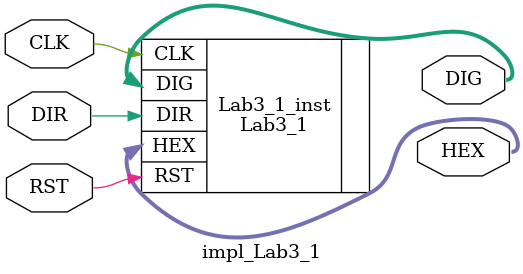
<source format=v>
module impl_Lab3_1 (
	(* altera_attribute = "-name IO_STANDARD \"3.3-V LVCMOS\"", chip_pin = "23"  *)
  input CLK, 
	(* altera_attribute = "-name IO_STANDARD \"2.5 V\"", chip_pin = "64" *)
  input RST, 
	(* altera_attribute = "-name IO_STANDARD \"3.3-V LVCMOS\"", chip_pin = "88" *)
  input DIR,
	(* altera_attribute = "-name IO_STANDARD \"3.3-V LVCMOS\"", chip_pin = "84, 76, 85, 77, 86, 133, 87" *)
  output [6:0] HEX,
	(* altera_attribute = "-name IO_STANDARD \"3.3-V LVCMOS\"", chip_pin = "73, 74, 80, 83" *)
  output [3:0] DIG
);

  Lab3_1 #(25'd25000000) Lab3_1_inst (
    .CLK(CLK),
    .RST(RST),
    .DIR(DIR),
    .DIG(DIG),
    .HEX(HEX)
  );

endmodule


</source>
